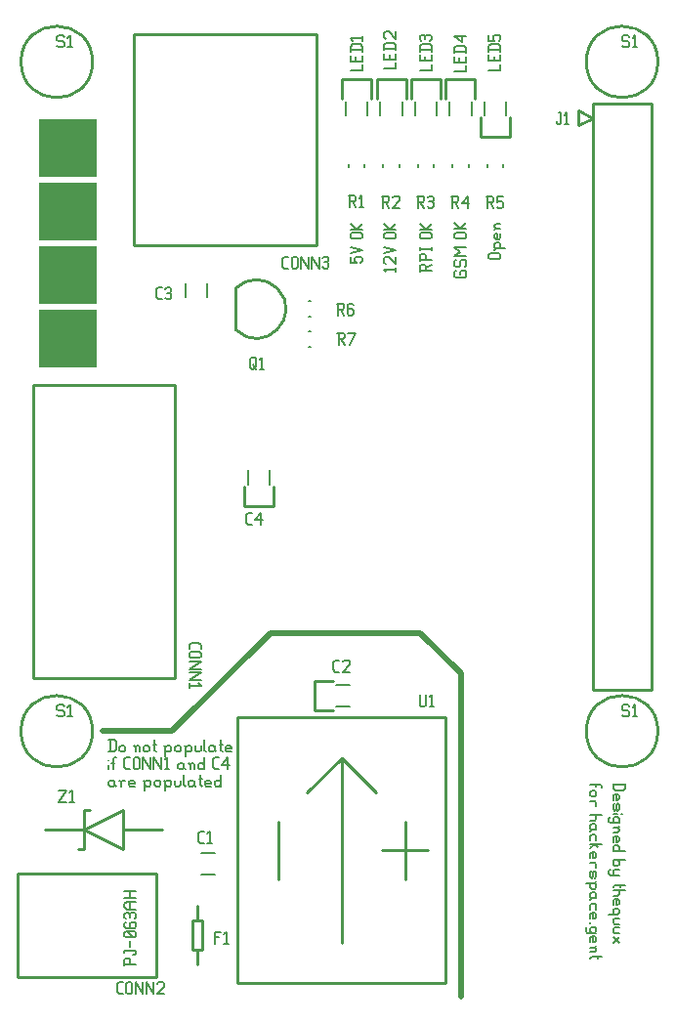
<source format=gto>
G04 start of page 6 for group 1 layer_idx 12 *
G04 Title: Zuul, top_silk *
G04 Creator: pcb-rnd 2.1.1 *
G04 CreationDate: 2019-04-12 16:05:21 UTC *
G04 For:  *
G04 Format: Gerber/RS-274X *
G04 PCB-Dimensions: 220472 334646 *
G04 PCB-Coordinate-Origin: lower left *
%MOIN*%
%FSLAX25Y25*%
%LNTOP_SILK*%
%ADD85C,0.0070*%
%ADD84C,0.0200*%
%ADD83C,0.0080*%
%ADD82C,0.0100*%
%ADD81C,0.0001*%
G54D81*G36*
X27559Y301181D02*Y281496D01*
X7874D01*
Y301181D01*
X27559D01*
G37*
G36*
Y236220D02*Y216535D01*
X7874D01*
Y236220D01*
X27559D01*
G37*
G36*
Y257874D02*Y238189D01*
X7874D01*
Y257874D01*
X27559D01*
G37*
G36*
Y279528D02*Y259843D01*
X7874D01*
Y279528D01*
X27559D01*
G37*
G54D82*X102416Y330453D02*X40172D01*
Y258445D01*
X102416D01*
Y330453D01*
G54D83*X112402Y302757D02*Y307481D01*
X119882Y302757D02*Y307481D01*
G54D82*X111102Y314855D02*X121102D01*
Y308355D01*
X111102D02*Y314855D01*
G54D83*X118897Y285826D02*Y285040D01*
X113387Y285826D02*Y285040D01*
X124213Y302756D02*Y307480D01*
G54D82*X122913Y308354D02*Y314854D01*
G54D83*X130708Y285826D02*Y285040D01*
X125198Y285826D02*Y285040D01*
X142519Y285826D02*Y285040D01*
X137009Y285826D02*Y285040D01*
X154330Y285826D02*Y285040D01*
X148820Y285826D02*Y285040D01*
X166141Y285826D02*Y285040D01*
X160631Y285826D02*Y285040D01*
X131693Y302756D02*Y307480D01*
X136024Y302756D02*Y307480D01*
X143504Y302756D02*Y307480D01*
X147835Y302756D02*Y307480D01*
X155315Y302756D02*Y307480D01*
X167126D02*Y302756D01*
X159646Y307480D02*Y302756D01*
G54D82*X168426Y295382D02*X158426D01*
Y301882D01*
X168426D02*Y295382D01*
X196693Y301693D02*X191693Y304193D01*
X196693Y301693D02*X191693Y299193D01*
Y304193D02*Y299193D01*
X122913Y314854D02*X132913D01*
X134724D02*X144724D01*
X146535D02*X156535D01*
X132913D02*Y308354D01*
X144724Y314854D02*Y308354D01*
X134724D02*Y314854D01*
X156535D02*Y308354D01*
X146535D02*Y314854D01*
X196693Y306693D02*X216693D01*
G54D84*X29528Y92520D02*X53150D01*
X86614Y125984D01*
X137795D01*
G54D83*X113779Y100984D02*X109055D01*
X113779Y108464D02*X109055D01*
G54D82*X101681Y99684D02*Y109684D01*
X108181D01*
Y99684D02*X101681D01*
G54D84*X137795Y125984D02*X151575Y112205D01*
G54D82*X75531Y97165D02*X146398D01*
X9843Y59055D02*X23176D01*
Y65721D02*Y52389D01*
X21176D01*
X36509Y65721D02*Y52389D01*
Y65721D02*X23176Y59055D01*
X36509Y52389D02*X23176Y59055D01*
Y65721D02*X25176D01*
G54D83*X62992Y50984D02*X67716D01*
G54D82*X36509Y59055D02*X49843D01*
G54D83*X62992Y43504D02*X67716D01*
G54D82*X75531Y6614D02*Y97165D01*
X89311Y42047D02*Y61732D01*
X110965Y83386D02*X99154Y71575D01*
X146398Y97165D02*Y6614D01*
X75531D01*
X132618Y42047D02*Y61732D01*
X124744Y51890D02*X140492D01*
X110965Y20394D02*Y83386D01*
X122776Y71575D01*
X61594Y32992D02*Y27992D01*
X63260D02*X59928D01*
X394Y8661D02*Y44094D01*
X47638D01*
Y8661D01*
X394D01*
X61594Y17992D02*Y12992D01*
X63260Y27992D02*Y17992D01*
X59928D02*Y27992D01*
Y17992D02*X63260D01*
G54D84*X151575Y112205D02*Y1969D01*
G54D83*X100393Y223623D02*X99607D01*
X86417Y181496D02*Y176772D01*
X78937Y181496D02*Y176772D01*
G54D82*X87717Y169398D02*X77717D01*
Y175898D01*
X87717D02*Y169398D01*
G54D83*X100393Y229133D02*X99607D01*
G54D82*X74890Y229614D02*Y243614D01*
G54D83*X57677Y240551D02*Y245275D01*
X65157Y240551D02*Y245275D01*
G54D82*X54112Y110589D02*Y210589D01*
X5712Y110589D02*Y210589D01*
X54112Y110589D02*X5712D01*
X54112Y210589D02*X5712D01*
G54D83*X100393Y233859D02*X99607D01*
X100393Y239369D02*X99607D01*
G54D82*X196693Y306693D02*Y106693D01*
X216693D02*X196693D01*
X216693D02*Y306693D01*
X74819Y229543D02*G75*G03X88961Y243685I7071J7071D01*G01*
X88961Y243685D02*G75*G03X74819Y243685I-7071J-7071D01*G01*
X194489Y320866D02*G75*G03X218897Y320866I12204J0D01*G01*
Y320866D02*G75*G03X194489Y320866I-12204J0D01*G01*
Y92520D02*G75*G03X218897Y92520I12204J0D01*G01*
G75*G03X194489Y92520I-12204J0D01*G01*
X1576Y320866D02*G75*G03X25984Y320866I12204J0D01*G01*
Y320866D02*G75*G03X1576Y320866I-12204J0D01*G01*
Y92520D02*G75*G03X25984Y92520I12204J0D01*G01*
G75*G03X1576Y92520I-12204J0D01*G01*
G54D85*X126209Y249213D02*X125409Y250013D01*
X129409D01*
Y249213D02*Y250713D01*
X125909Y251913D02*X125409Y252413D01*
Y253913D01*
X125909Y254413D01*
X126909D01*
X129409Y251913D02*X126909Y254413D01*
X129409Y251913D02*Y254413D01*
X125409Y255613D02*X129409Y256613D01*
X125409Y257613D01*
X125909Y260613D02*X128909D01*
X125909D02*X125409Y261113D01*
Y262113D01*
X125909Y262613D01*
X128909D01*
X129409Y262113D02*X128909Y262613D01*
X129409Y261113D02*Y262113D01*
X128909Y260613D02*X129409Y261113D01*
X125409Y263813D02*X129409D01*
X127409D02*X125409Y265813D01*
X127409Y263813D02*X129409Y265813D01*
X137614Y249213D02*Y251213D01*
X138114Y251713D01*
X139114D01*
X139614Y251213D02*X139114Y251713D01*
X139614Y249713D02*Y251213D01*
X137614Y249713D02*X141614D01*
X139614Y250513D02*X141614Y251713D01*
X137614Y253413D02*X141614D01*
X137614Y252913D02*Y254913D01*
X138114Y255413D01*
X139114D01*
X139614Y254913D02*X139114Y255413D01*
X139614Y253413D02*Y254913D01*
X137614Y256613D02*Y257613D01*
Y257113D02*X141614D01*
Y256613D02*Y257613D01*
X138114Y260613D02*X141114D01*
X138114D02*X137614Y261113D01*
Y262113D01*
X138114Y262613D01*
X141114D01*
X141614Y262113D02*X141114Y262613D01*
X141614Y261113D02*Y262113D01*
X141114Y260613D02*X141614Y261113D01*
X137614Y263813D02*X141614D01*
X139614D02*X137614Y265813D01*
X139614Y263813D02*X141614Y265813D01*
X125453Y318560D02*X129453D01*
Y320560D01*
X127253Y321760D02*Y323260D01*
X129453Y321760D02*Y323760D01*
X125453Y321760D02*X129453D01*
X125453D02*Y323760D01*
Y325460D02*X129453D01*
X125453Y326760D02*X126153Y327460D01*
X128753D01*
X129453Y326760D02*X128753Y327460D01*
X129453Y324960D02*Y326760D01*
X125453Y324960D02*Y326760D01*
X125953Y328660D02*X125453Y329160D01*
Y330660D01*
X125953Y331160D01*
X126953D01*
X129453Y328660D02*X126953Y331160D01*
X129453Y328660D02*Y331160D01*
X137614Y317968D02*X141614D01*
Y319968D01*
X139414Y321168D02*Y322668D01*
X141614Y321168D02*Y323168D01*
X137614Y321168D02*X141614D01*
X137614D02*Y323168D01*
Y324868D02*X141614D01*
X137614Y326168D02*X138314Y326868D01*
X140914D01*
X141614Y326168D02*X140914Y326868D01*
X141614Y324368D02*Y326168D01*
X137614Y324368D02*Y326168D01*
X138114Y328068D02*X137614Y328568D01*
Y329568D01*
X138114Y330068D01*
X141614Y329568D02*X141114Y330068D01*
X141614Y328568D02*Y329568D01*
X141114Y328068D02*X141614Y328568D01*
X139414D02*Y329568D01*
X138114Y330068D02*X138914D01*
X139914D02*X141114D01*
X139914D02*X139414Y329568D01*
X138914Y330068D02*X139414Y329568D01*
X124624Y275052D02*X126624D01*
X127124Y274552D01*
Y273552D01*
X126624Y273052D02*X127124Y273552D01*
X125124Y273052D02*X126624D01*
X125124Y275052D02*Y271052D01*
X125924Y273052D02*X127124Y271052D01*
X128324Y274552D02*X128824Y275052D01*
X130324D01*
X130824Y274552D01*
Y273552D01*
X128324Y271052D02*X130824Y273552D01*
X128324Y271052D02*X130824D01*
X136587Y275045D02*X138587D01*
X139087Y274545D01*
Y273545D01*
X138587Y273045D02*X139087Y273545D01*
X137087Y273045D02*X138587D01*
X137087Y275045D02*Y271045D01*
X137887Y273045D02*X139087Y271045D01*
X140287Y274545D02*X140787Y275045D01*
X141787D01*
X142287Y274545D01*
X141787Y271045D02*X142287Y271545D01*
X140787Y271045D02*X141787D01*
X140287Y271545D02*X140787Y271045D01*
Y273245D02*X141787D01*
X142287Y274545D02*Y273745D01*
Y272745D02*Y271545D01*
Y272745D02*X141787Y273245D01*
X142287Y273745D02*X141787Y273245D01*
X31996Y89551D02*Y85551D01*
X33296Y89551D02*X33996Y88851D01*
Y86251D01*
X33296Y85551D02*X33996Y86251D01*
X31496Y85551D02*X33296D01*
X31496Y89551D02*X33296D01*
X35196Y87051D02*Y86051D01*
Y87051D02*X35696Y87551D01*
X36696D01*
X37196Y87051D01*
Y86051D01*
X36696Y85551D02*X37196Y86051D01*
X35696Y85551D02*X36696D01*
X35196Y86051D02*X35696Y85551D01*
X40696Y87051D02*Y85551D01*
Y87051D02*X41196Y87551D01*
X41696D01*
X42196Y87051D01*
Y85551D01*
X40196Y87551D02*X40696Y87051D01*
X43396D02*Y86051D01*
Y87051D02*X43896Y87551D01*
X44896D01*
X45396Y87051D01*
Y86051D01*
X44896Y85551D02*X45396Y86051D01*
X43896Y85551D02*X44896D01*
X43396Y86051D02*X43896Y85551D01*
X47096Y89551D02*Y86051D01*
X47596Y85551D01*
X46596Y88051D02*X47596D01*
X50896Y87051D02*Y84051D01*
X50396Y87551D02*X50896Y87051D01*
X51396Y87551D01*
X52396D01*
X52896Y87051D01*
Y86051D01*
X52396Y85551D02*X52896Y86051D01*
X51396Y85551D02*X52396D01*
X50896Y86051D02*X51396Y85551D01*
X54096Y87051D02*Y86051D01*
Y87051D02*X54596Y87551D01*
X55596D01*
X56096Y87051D01*
Y86051D01*
X55596Y85551D02*X56096Y86051D01*
X54596Y85551D02*X55596D01*
X54096Y86051D02*X54596Y85551D01*
X57796Y87051D02*Y84051D01*
X57296Y87551D02*X57796Y87051D01*
X58296Y87551D01*
X59296D01*
X59796Y87051D01*
Y86051D01*
X59296Y85551D02*X59796Y86051D01*
X58296Y85551D02*X59296D01*
X57796Y86051D02*X58296Y85551D01*
X60996Y87551D02*Y86051D01*
X61496Y85551D01*
X62496D01*
X62996Y86051D01*
Y87551D02*Y86051D01*
X64196Y89551D02*Y86051D01*
X64696Y85551D01*
X67196Y87551D02*X67696Y87051D01*
X66196Y87551D02*X67196D01*
X65696Y87051D02*X66196Y87551D01*
X65696Y87051D02*Y86051D01*
X66196Y85551D01*
X67696Y87551D02*Y86051D01*
X68196Y85551D01*
X66196D02*X67196D01*
X67696Y86051D01*
X69896Y89551D02*Y86051D01*
X70396Y85551D01*
X69396Y88051D02*X70396D01*
X71896Y85551D02*X73396D01*
X71396Y86051D02*X71896Y85551D01*
X71396Y87051D02*Y86051D01*
Y87051D02*X71896Y87551D01*
X72896D01*
X73396Y87051D01*
X71396Y86551D02*X73396D01*
Y87051D01*
X31496Y82646D02*Y82546D01*
Y81146D02*Y79646D01*
X32996Y83146D02*Y79646D01*
Y83146D02*X33496Y83646D01*
X33996D01*
X32496Y81646D02*X33496D01*
X37496Y79646D02*X38796D01*
X36796Y80346D02*X37496Y79646D01*
X36796Y82946D02*Y80346D01*
Y82946D02*X37496Y83646D01*
X38796D01*
X39996Y83146D02*Y80146D01*
Y83146D02*X40496Y83646D01*
X41496D01*
X41996Y83146D01*
Y80146D01*
X41496Y79646D02*X41996Y80146D01*
X40496Y79646D02*X41496D01*
X39996Y80146D02*X40496Y79646D01*
X43196Y83646D02*Y79646D01*
Y83646D02*X45696Y79646D01*
Y83646D02*Y79646D01*
X46896Y83646D02*Y79646D01*
Y83646D02*X49396Y79646D01*
Y83646D02*Y79646D01*
X50596Y82846D02*X51396Y83646D01*
Y79646D01*
X50596D02*X52096D01*
X56596Y81646D02*X57096Y81146D01*
X55596Y81646D02*X56596D01*
X55096Y81146D02*X55596Y81646D01*
X55096Y81146D02*Y80146D01*
X55596Y79646D01*
X57096Y81646D02*Y80146D01*
X57596Y79646D01*
X55596D02*X56596D01*
X57096Y80146D01*
X59296Y81146D02*Y79646D01*
Y81146D02*X59796Y81646D01*
X60296D01*
X60796Y81146D01*
Y79646D01*
X58796Y81646D02*X59296Y81146D01*
X63996Y83646D02*Y79646D01*
X63496D02*X63996Y80146D01*
X62496Y79646D02*X63496D01*
X61996Y80146D02*X62496Y79646D01*
X61996Y81146D02*Y80146D01*
Y81146D02*X62496Y81646D01*
X63496D01*
X63996Y81146D01*
X67696Y79646D02*X68996D01*
X66996Y80346D02*X67696Y79646D01*
X66996Y82946D02*Y80346D01*
Y82946D02*X67696Y83646D01*
X68996D01*
X70196Y81146D02*X72196Y83646D01*
X70196Y81146D02*X72696D01*
X72196Y83646D02*Y79646D01*
X32996Y75740D02*X33496Y75240D01*
X31996Y75740D02*X32996D01*
X31496Y75240D02*X31996Y75740D01*
X31496Y75240D02*Y74240D01*
X31996Y73740D01*
X33496Y75740D02*Y74240D01*
X33996Y73740D01*
X31996D02*X32996D01*
X33496Y74240D01*
X35696Y75240D02*Y73740D01*
Y75240D02*X36196Y75740D01*
X37196D01*
X35196D02*X35696Y75240D01*
X38896Y73740D02*X40396D01*
X38396Y74240D02*X38896Y73740D01*
X38396Y75240D02*Y74240D01*
Y75240D02*X38896Y75740D01*
X39896D01*
X40396Y75240D01*
X38396Y74740D02*X40396D01*
Y75240D01*
X43896D02*Y72240D01*
X43396Y75740D02*X43896Y75240D01*
X44396Y75740D01*
X45396D01*
X45896Y75240D01*
Y74240D01*
X45396Y73740D02*X45896Y74240D01*
X44396Y73740D02*X45396D01*
X43896Y74240D02*X44396Y73740D01*
X47096Y75240D02*Y74240D01*
Y75240D02*X47596Y75740D01*
X48596D01*
X49096Y75240D01*
Y74240D01*
X48596Y73740D02*X49096Y74240D01*
X47596Y73740D02*X48596D01*
X47096Y74240D02*X47596Y73740D01*
X50796Y75240D02*Y72240D01*
X50296Y75740D02*X50796Y75240D01*
X51296Y75740D01*
X52296D01*
X52796Y75240D01*
Y74240D01*
X52296Y73740D02*X52796Y74240D01*
X51296Y73740D02*X52296D01*
X50796Y74240D02*X51296Y73740D01*
X53996Y75740D02*Y74240D01*
X54496Y73740D01*
X55496D01*
X55996Y74240D01*
Y75740D02*Y74240D01*
X57196Y77740D02*Y74240D01*
X57696Y73740D01*
X60196Y75740D02*X60696Y75240D01*
X59196Y75740D02*X60196D01*
X58696Y75240D02*X59196Y75740D01*
X58696Y75240D02*Y74240D01*
X59196Y73740D01*
X60696Y75740D02*Y74240D01*
X61196Y73740D01*
X59196D02*X60196D01*
X60696Y74240D01*
X62896Y77740D02*Y74240D01*
X63396Y73740D01*
X62396Y76240D02*X63396D01*
X64896Y73740D02*X66396D01*
X64396Y74240D02*X64896Y73740D01*
X64396Y75240D02*Y74240D01*
Y75240D02*X64896Y75740D01*
X65896D01*
X66396Y75240D01*
X64396Y74740D02*X66396D01*
Y75240D01*
X69596Y77740D02*Y73740D01*
X69096D02*X69596Y74240D01*
X68096Y73740D02*X69096D01*
X67596Y74240D02*X68096Y73740D01*
X67596Y75240D02*Y74240D01*
Y75240D02*X68096Y75740D01*
X69096D01*
X69596Y75240D01*
X15780Y101520D02*X16280Y101020D01*
X14280Y101520D02*X15780D01*
X13780Y101020D02*X14280Y101520D01*
X13780Y101020D02*Y100020D01*
X14280Y99520D01*
X15780D01*
X16280Y99020D01*
Y98020D01*
X15780Y97520D02*X16280Y98020D01*
X14280Y97520D02*X15780D01*
X13780Y98020D02*X14280Y97520D01*
X17480Y100720D02*X18280Y101520D01*
Y97520D01*
X17480D02*X18980D01*
X199287Y74303D02*X195787D01*
X199287D02*X199787Y73803D01*
Y73303D01*
X197787Y74803D02*Y73803D01*
X197287Y72303D02*X196287D01*
X197287D02*X197787Y71803D01*
Y70803D01*
X197287Y70303D01*
X196287D01*
X195787Y70803D02*X196287Y70303D01*
X195787Y71803D02*Y70803D01*
X196287Y72303D02*X195787Y71803D01*
X197287Y68603D02*X195787D01*
X197287D02*X197787Y68103D01*
Y67103D01*
Y69103D02*X197287Y68603D01*
X199787Y64103D02*X195787D01*
X197287D02*X197787Y63603D01*
Y62603D01*
X197287Y62103D01*
X195787D01*
X197787Y59403D02*X197287Y58903D01*
X197787Y60403D02*Y59403D01*
X197287Y60903D02*X197787Y60403D01*
X197287Y60903D02*X196287D01*
X195787Y60403D01*
X197787Y58903D02*X196287D01*
X195787Y58403D01*
Y60403D02*Y59403D01*
X196287Y58903D01*
X197787Y56703D02*Y55203D01*
X197287Y57203D02*X197787Y56703D01*
X197287Y57203D02*X196287D01*
X195787Y56703D01*
Y55203D01*
X199787Y54003D02*X195787D01*
X197287D02*X195787Y52503D01*
X197287Y54003D02*X198287Y53003D01*
X195787Y50803D02*Y49303D01*
X196287Y51303D02*X195787Y50803D01*
X197287Y51303D02*X196287D01*
X197287D02*X197787Y50803D01*
Y49803D01*
X197287Y49303D01*
X196787Y51303D02*Y49303D01*
X197287D01*
Y47603D02*X195787D01*
X197287D02*X197787Y47103D01*
Y46103D01*
Y48103D02*X197287Y47603D01*
X195787Y44403D02*Y42903D01*
X196287Y42403D01*
X196787Y42903D02*X196287Y42403D01*
X196787Y44403D02*Y42903D01*
X197287Y44903D02*X196787Y44403D01*
X197287Y44903D02*X197787Y44403D01*
Y42903D01*
X197287Y42403D01*
X196287Y44903D02*X195787Y44403D01*
X197287Y40703D02*X194287D01*
X197787Y41203D02*X197287Y40703D01*
X197787Y40203D01*
Y39203D01*
X197287Y38703D01*
X196287D01*
X195787Y39203D02*X196287Y38703D01*
X195787Y40203D02*Y39203D01*
X196287Y40703D02*X195787Y40203D01*
X197787Y36003D02*X197287Y35503D01*
X197787Y37003D02*Y36003D01*
X197287Y37503D02*X197787Y37003D01*
X197287Y37503D02*X196287D01*
X195787Y37003D01*
X197787Y35503D02*X196287D01*
X195787Y35003D01*
Y37003D02*Y36003D01*
X196287Y35503D01*
X197787Y33303D02*Y31803D01*
X197287Y33803D02*X197787Y33303D01*
X197287Y33803D02*X196287D01*
X195787Y33303D01*
Y31803D01*
Y30103D02*Y28603D01*
X196287Y30603D02*X195787Y30103D01*
X197287Y30603D02*X196287D01*
X197287D02*X197787Y30103D01*
Y29103D01*
X197287Y28603D01*
X196787Y30603D02*Y28603D01*
X197287D01*
X195787Y27403D02*Y26903D01*
X197787Y24203D02*X197287Y23703D01*
X197787Y25203D02*Y24203D01*
X197287Y25703D02*X197787Y25203D01*
X197287Y25703D02*X196287D01*
X195787Y25203D01*
Y24203D01*
X196287Y23703D01*
X194787Y25703D02*X194287Y25203D01*
Y24203D01*
X194787Y23703D01*
X197787D02*X194787D01*
X195787Y22003D02*Y20503D01*
X196287Y22503D02*X195787Y22003D01*
X197287Y22503D02*X196287D01*
X197287D02*X197787Y22003D01*
Y21003D01*
X197287Y20503D01*
X196787Y22503D02*Y20503D01*
X197287D01*
Y18803D02*X195787D01*
X197287D02*X197787Y18303D01*
Y17803D01*
X197287Y17303D01*
X195787D01*
X197787Y19303D02*X197287Y18803D01*
X199787Y15603D02*X196287D01*
X195787Y15103D01*
X198287Y16103D02*Y15103D01*
X207661Y74303D02*X203661D01*
X207661Y73003D02*X206961Y72303D01*
X204361D01*
X203661Y73003D02*X204361Y72303D01*
X203661Y74803D02*Y73003D01*
X207661Y74803D02*Y73003D01*
X203661Y70603D02*Y69103D01*
X204161Y71103D02*X203661Y70603D01*
X205161Y71103D02*X204161D01*
X205161D02*X205661Y70603D01*
Y69603D01*
X205161Y69103D01*
X204661Y71103D02*Y69103D01*
X205161D01*
X203661Y67403D02*Y65903D01*
X204161Y65403D01*
X204661Y65903D02*X204161Y65403D01*
X204661Y67403D02*Y65903D01*
X205161Y67903D02*X204661Y67403D01*
X205161Y67903D02*X205661Y67403D01*
Y65903D01*
X205161Y65403D01*
X204161Y67903D02*X203661Y67403D01*
X206661Y64203D02*X206561D01*
X205161D02*X203661D01*
X205661Y61703D02*X205161Y61203D01*
X205661Y62703D02*Y61703D01*
X205161Y63203D02*X205661Y62703D01*
X205161Y63203D02*X204161D01*
X203661Y62703D01*
Y61703D01*
X204161Y61203D01*
X202661Y63203D02*X202161Y62703D01*
Y61703D01*
X202661Y61203D01*
X205661D02*X202661D01*
X205161Y59503D02*X203661D01*
X205161D02*X205661Y59003D01*
Y58503D01*
X205161Y58003D01*
X203661D01*
X205661Y60003D02*X205161Y59503D01*
X203661Y56303D02*Y54803D01*
X204161Y56803D02*X203661Y56303D01*
X205161Y56803D02*X204161D01*
X205161D02*X205661Y56303D01*
Y55303D01*
X205161Y54803D01*
X204661Y56803D02*Y54803D01*
X205161D01*
X207661Y51603D02*X203661D01*
Y52103D02*X204161Y51603D01*
X203661Y53103D02*Y52103D01*
X204161Y53603D02*X203661Y53103D01*
X205161Y53603D02*X204161D01*
X205161D02*X205661Y53103D01*
Y52103D01*
X205161Y51603D01*
X207661Y48603D02*X203661D01*
X204161D02*X203661Y48103D01*
Y47103D01*
X204161Y46603D01*
X205161D02*X204161D01*
X205661Y47103D02*X205161Y46603D01*
X205661Y48103D02*Y47103D01*
X205161Y48603D02*X205661Y48103D01*
Y45403D02*X204161D01*
X203661Y44903D01*
X205661Y43403D02*X202661D01*
X202161Y43903D02*X202661Y43403D01*
X202161Y44903D02*Y43903D01*
X202661Y45403D02*X202161Y44903D01*
X203661D02*Y43903D01*
X204161Y43403D01*
X207661Y39903D02*X204161D01*
X203661Y39403D01*
X206161Y40403D02*Y39403D01*
X207661Y38403D02*X203661D01*
X205161D02*X205661Y37903D01*
Y36903D01*
X205161Y36403D01*
X203661D01*
Y34703D02*Y33203D01*
X204161Y35203D02*X203661Y34703D01*
X205161Y35203D02*X204161D01*
X205161D02*X205661Y34703D01*
Y33703D01*
X205161Y33203D01*
X204661Y35203D02*Y33203D01*
X205161D01*
Y30003D02*X202161D01*
X205661Y30503D02*X205161Y30003D01*
X205661Y31503D02*Y30503D01*
X205161Y32003D02*X205661Y31503D01*
X205161Y32003D02*X204161D01*
X203661Y31503D01*
Y30503D01*
X204161Y30003D01*
X205661Y28803D02*X204161D01*
X203661Y28303D01*
Y27303D01*
X204161Y26803D01*
X205661D02*X204161D01*
X205661Y25603D02*X204161D01*
X203661Y25103D01*
Y24103D01*
X204161Y23603D01*
X205661D02*X204161D01*
X205661Y22403D02*X203661Y20403D01*
Y22403D02*X205661Y20403D01*
X208693Y101520D02*X209193Y101020D01*
X207193Y101520D02*X208693D01*
X206693Y101020D02*X207193Y101520D01*
X206693Y101020D02*Y100020D01*
X207193Y99520D01*
X208693D01*
X209193Y99020D01*
Y98020D01*
X208693Y97520D02*X209193Y98020D01*
X207193Y97520D02*X208693D01*
X206693Y98020D02*X207193Y97520D01*
X210393Y100720D02*X211193Y101520D01*
Y97520D01*
X210393D02*X211893D01*
X58923Y122015D02*Y120715D01*
X59623Y122715D02*X58923Y122015D01*
X62223Y122715D02*X59623D01*
X62223D02*X62923Y122015D01*
Y120715D01*
X62423Y119515D02*X59423D01*
X62423D02*X62923Y119015D01*
Y118015D01*
X62423Y117515D01*
X59423D01*
X58923Y118015D02*X59423Y117515D01*
X58923Y119015D02*Y118015D01*
X59423Y119515D02*X58923Y119015D01*
X62923Y116315D02*X58923D01*
X62923D02*X58923Y113815D01*
X62923D02*X58923D01*
X62923Y112615D02*X58923D01*
X62923D02*X58923Y110115D01*
X62923D02*X58923D01*
X62123Y108915D02*X62923Y108115D01*
X58923D01*
Y108915D02*Y107415D01*
X137717Y104965D02*Y101465D01*
X138217Y100965D01*
X139217D01*
X139717Y101465D01*
Y104965D02*Y101465D01*
X140917Y104165D02*X141717Y104965D01*
Y100965D01*
X140917D02*X142417D01*
X62727Y54449D02*X64027D01*
X62027Y55149D02*X62727Y54449D01*
X62027Y57749D02*Y55149D01*
Y57749D02*X62727Y58449D01*
X64027D01*
X65227Y57649D02*X66027Y58449D01*
Y54449D01*
X65227D02*X66727D01*
X67614Y23992D02*Y19992D01*
Y23992D02*X69614D01*
X67614Y22192D02*X69114D01*
X70814Y23192D02*X71614Y23992D01*
Y19992D01*
X70814D02*X72314D01*
X36827Y13098D02*X40827D01*
X36827Y12598D02*Y14598D01*
X37327Y15098D01*
X38327D01*
X38827Y14598D02*X38327Y15098D01*
X38827Y13098D02*Y14598D01*
X36827Y16998D02*Y17798D01*
X40327D01*
X40827Y17298D02*X40327Y17798D01*
X40827Y16798D02*Y17298D01*
X40327Y16298D02*X40827Y16798D01*
X40327Y16298D02*X39827D01*
X38827Y18998D02*Y20998D01*
X40327Y22198D02*X40827Y22698D01*
X37327Y22198D02*X40327D01*
X37327D02*X36827Y22698D01*
Y23698D01*
X37327Y24198D01*
X40327D01*
X40827Y23698D02*X40327Y24198D01*
X40827Y22698D02*Y23698D01*
X39827Y22198D02*X37827Y24198D01*
X36827Y26898D02*X37327Y27398D01*
X36827Y25898D02*Y26898D01*
X37327Y25398D02*X36827Y25898D01*
X37327Y25398D02*X40327D01*
X40827Y25898D01*
X38627Y26898D02*X39127Y27398D01*
X38627Y25398D02*Y26898D01*
X40827Y25898D02*Y26898D01*
X40327Y27398D01*
X39127D02*X40327D01*
X37327Y28598D02*X36827Y29098D01*
Y30098D01*
X37327Y30598D01*
X40827Y30098D02*X40327Y30598D01*
X40827Y29098D02*Y30098D01*
X40327Y28598D02*X40827Y29098D01*
X38627D02*Y30098D01*
X37327Y30598D02*X38127D01*
X39127D02*X40327D01*
X39127D02*X38627Y30098D01*
X38127Y30598D02*X38627Y30098D01*
X37827Y31798D02*X40827D01*
X37827D02*X36827Y32498D01*
Y33598D01*
X37827Y34298D01*
X40827D01*
X38827Y31798D02*Y34298D01*
X36827Y35498D02*X40827D01*
X36827Y37998D02*X40827D01*
X38827Y35498D02*Y37998D01*
X34952Y2874D02*X36252D01*
X34252Y3574D02*X34952Y2874D01*
X34252Y6174D02*Y3574D01*
Y6174D02*X34952Y6874D01*
X36252D01*
X37452Y6374D02*Y3374D01*
Y6374D02*X37952Y6874D01*
X38952D01*
X39452Y6374D01*
Y3374D01*
X38952Y2874D02*X39452Y3374D01*
X37952Y2874D02*X38952D01*
X37452Y3374D02*X37952Y2874D01*
X40652Y6874D02*Y2874D01*
Y6874D02*X43152Y2874D01*
Y6874D02*Y2874D01*
X44352Y6874D02*Y2874D01*
Y6874D02*X46852Y2874D01*
Y6874D02*Y2874D01*
X48052Y6374D02*X48552Y6874D01*
X50052D01*
X50552Y6374D01*
Y5374D01*
X48052Y2874D02*X50552Y5374D01*
X48052Y2874D02*X50552D01*
X14431Y72366D02*X16931D01*
X14431Y68366D02*X16931Y72366D01*
X14431Y68366D02*X16931D01*
X18131Y71566D02*X18931Y72366D01*
Y68366D01*
X18131D02*X19631D01*
X149425Y249244D02*X149925Y249744D01*
X149425Y247744D02*Y249244D01*
X149925Y247244D02*X149425Y247744D01*
X149925Y247244D02*X152925D01*
X153425Y247744D01*
Y249244D01*
X152925Y249744D01*
X151925D02*X152925D01*
X151425Y249244D02*X151925Y249744D01*
X151425Y248244D02*Y249244D01*
X149425Y252944D02*X149925Y253444D01*
X149425Y251444D02*Y252944D01*
X149925Y250944D02*X149425Y251444D01*
X149925Y250944D02*X150925D01*
X151425Y251444D01*
Y252944D01*
X151925Y253444D01*
X152925D01*
X153425Y252944D02*X152925Y253444D01*
X153425Y251444D02*Y252944D01*
X152925Y250944D02*X153425Y251444D01*
X149425Y254644D02*X153425D01*
X149425D02*X151425Y256144D01*
X149425Y257644D01*
X153425D01*
X149925Y260644D02*X152925D01*
X149925D02*X149425Y261144D01*
Y262144D01*
X149925Y262644D01*
X152925D01*
X153425Y262144D02*X152925Y262644D01*
X153425Y261144D02*Y262144D01*
X152925Y260644D02*X153425Y261144D01*
X149425Y263844D02*X153425D01*
X151425D02*X149425Y265844D01*
X151425Y263844D02*X153425Y265844D01*
X149425Y317500D02*X153425D01*
Y319500D01*
X151225Y320700D02*Y322200D01*
X153425Y320700D02*Y322700D01*
X149425Y320700D02*X153425D01*
X149425D02*Y322700D01*
Y324400D02*X153425D01*
X149425Y325700D02*X150125Y326400D01*
X152725D01*
X153425Y325700D02*X152725Y326400D01*
X153425Y323900D02*Y325700D01*
X149425Y323900D02*Y325700D01*
X151925Y327600D02*X149425Y329600D01*
X151925Y327600D02*Y330100D01*
X149425Y329600D02*X153425D01*
X148300Y275041D02*X150300D01*
X150800Y274541D01*
Y273541D01*
X150300Y273041D02*X150800Y273541D01*
X148800Y273041D02*X150300D01*
X148800Y275041D02*Y271041D01*
X149600Y273041D02*X150800Y271041D01*
X152000Y272541D02*X154000Y275041D01*
X152000Y272541D02*X154500D01*
X154000Y275041D02*Y271041D01*
X161736Y253543D02*X164736D01*
X161736D02*X161236Y254043D01*
Y255043D01*
X161736Y255543D01*
X164736D01*
X165236Y255043D02*X164736Y255543D01*
X165236Y254043D02*Y255043D01*
X164736Y253543D02*X165236Y254043D01*
X163736Y257243D02*X166736D01*
X163236Y256743D02*X163736Y257243D01*
X163236Y257743D01*
Y258743D01*
X163736Y259243D01*
X164736D01*
X165236Y258743D02*X164736Y259243D01*
X165236Y257743D02*Y258743D01*
X164736Y257243D02*X165236Y257743D01*
Y260943D02*Y262443D01*
X164736Y260443D02*X165236Y260943D01*
X163736Y260443D02*X164736D01*
X163736D02*X163236Y260943D01*
Y261943D01*
X163736Y262443D01*
X164236Y260443D02*Y262443D01*
X163736D01*
Y264143D02*X165236D01*
X163736D02*X163236Y264643D01*
Y265143D01*
X163736Y265643D01*
X165236D01*
X163236Y263643D02*X163736Y264143D01*
X208693Y329866D02*X209193Y329366D01*
X207193Y329866D02*X208693D01*
X206693Y329366D02*X207193Y329866D01*
X206693Y329366D02*Y328366D01*
X207193Y327866D01*
X208693D01*
X209193Y327366D01*
Y326366D01*
X208693Y325866D02*X209193Y326366D01*
X207193Y325866D02*X208693D01*
X206693Y326366D02*X207193Y325866D01*
X210393Y329066D02*X211193Y329866D01*
Y325866D01*
X210393D02*X211893D01*
X161236Y317968D02*X165236D01*
Y319968D01*
X163036Y321168D02*Y322668D01*
X165236Y321168D02*Y323168D01*
X161236Y321168D02*X165236D01*
X161236D02*Y323168D01*
Y324868D02*X165236D01*
X161236Y326168D02*X161936Y326868D01*
X164536D01*
X165236Y326168D02*X164536Y326868D01*
X165236Y324368D02*Y326168D01*
X161236Y324368D02*Y326168D01*
Y328068D02*Y330068D01*
Y328068D02*X163236D01*
X162736Y328568D01*
Y329568D01*
X163236Y330068D01*
X164736D01*
X165236Y329568D02*X164736Y330068D01*
X165236Y328568D02*Y329568D01*
X164736Y328068D02*X165236Y328568D01*
X160332Y274955D02*X162332D01*
X162832Y274455D01*
Y273455D01*
X162332Y272955D02*X162832Y273455D01*
X160832Y272955D02*X162332D01*
X160832Y274955D02*Y270955D01*
X161632Y272955D02*X162832Y270955D01*
X164032Y274955D02*X166032D01*
X164032D02*Y272955D01*
X164532Y273455D01*
X165532D01*
X166032Y272955D01*
Y271455D01*
X165532Y270955D02*X166032Y271455D01*
X164532Y270955D02*X165532D01*
X164032Y271455D02*X164532Y270955D01*
X185070Y303606D02*X185870D01*
Y300106D01*
X185370Y299606D02*X185870Y300106D01*
X184870Y299606D02*X185370D01*
X184370Y300106D02*X184870Y299606D01*
X184370Y300106D02*Y300606D01*
X187070Y302806D02*X187870Y303606D01*
Y299606D01*
X187070D02*X188570D01*
X113992Y252362D02*Y254362D01*
Y252362D02*X115992D01*
X115492Y252862D01*
Y253862D01*
X115992Y254362D01*
X117492D01*
X117992Y253862D02*X117492Y254362D01*
X117992Y252862D02*Y253862D01*
X117492Y252362D02*X117992Y252862D01*
X113992Y255562D02*X117992Y256562D01*
X113992Y257562D01*
X114492Y260562D02*X117492D01*
X114492D02*X113992Y261062D01*
Y262062D01*
X114492Y262562D01*
X117492D01*
X117992Y262062D02*X117492Y262562D01*
X117992Y261062D02*Y262062D01*
X117492Y260562D02*X117992Y261062D01*
X113992Y263762D02*X117992D01*
X115992D02*X113992Y265762D01*
X115992Y263762D02*X117992Y265762D01*
X109424Y228375D02*X111424D01*
X111924Y227875D01*
Y226875D01*
X111424Y226375D02*X111924Y226875D01*
X109924Y226375D02*X111424D01*
X109924Y228375D02*Y224375D01*
X110724Y226375D02*X111924Y224375D01*
X113624D02*X115624Y228375D01*
X113124D02*X115624D01*
X109291Y238370D02*X111291D01*
X111791Y237870D01*
Y236870D01*
X111291Y236370D02*X111791Y236870D01*
X109791Y236370D02*X111291D01*
X109791Y238370D02*Y234370D01*
X110591Y236370D02*X111791Y234370D01*
X114491Y238370D02*X114991Y237870D01*
X113491Y238370D02*X114491D01*
X112991Y237870D02*X113491Y238370D01*
X112991Y237870D02*Y234870D01*
X113491Y234370D01*
X114491Y236570D02*X114991Y236070D01*
X112991Y236570D02*X114491D01*
X113491Y234370D02*X114491D01*
X114991Y234870D01*
Y236070D02*Y234870D01*
X108751Y112814D02*X110051D01*
X108051Y113514D02*X108751Y112814D01*
X108051Y116114D02*Y113514D01*
Y116114D02*X108751Y116814D01*
X110051D01*
X111251Y116314D02*X111751Y116814D01*
X113251D01*
X113751Y116314D01*
Y115314D01*
X111251Y112814D02*X113751Y115314D01*
X111251Y112814D02*X113751D01*
X113992Y317937D02*X117992D01*
Y319937D01*
X115792Y321137D02*Y322637D01*
X117992Y321137D02*Y323137D01*
X113992Y321137D02*X117992D01*
X113992D02*Y323137D01*
Y324837D02*X117992D01*
X113992Y326137D02*X114692Y326837D01*
X117292D01*
X117992Y326137D02*X117292Y326837D01*
X117992Y324337D02*Y326137D01*
X113992Y324337D02*Y326137D01*
X114792Y328037D02*X113992Y328837D01*
X117992D01*
Y328037D02*Y329537D01*
X113292Y275166D02*X115292D01*
X115792Y274666D01*
Y273666D01*
X115292Y273166D02*X115792Y273666D01*
X113792Y273166D02*X115292D01*
X113792Y275166D02*Y271166D01*
X114592Y273166D02*X115792Y271166D01*
X116992Y274366D02*X117792Y275166D01*
Y271166D01*
X116992D02*X118492D01*
X91414Y250374D02*X92714D01*
X90714Y251074D02*X91414Y250374D01*
X90714Y253674D02*Y251074D01*
Y253674D02*X91414Y254374D01*
X92714D01*
X93914Y253874D02*Y250874D01*
Y253874D02*X94414Y254374D01*
X95414D01*
X95914Y253874D01*
Y250874D01*
X95414Y250374D02*X95914Y250874D01*
X94414Y250374D02*X95414D01*
X93914Y250874D02*X94414Y250374D01*
X97114Y254374D02*Y250374D01*
Y254374D02*X99614Y250374D01*
Y254374D02*Y250374D01*
X100814Y254374D02*Y250374D01*
Y254374D02*X103314Y250374D01*
Y254374D02*Y250374D01*
X104514Y253874D02*X105014Y254374D01*
X106014D01*
X106514Y253874D01*
X106014Y250374D02*X106514Y250874D01*
X105014Y250374D02*X106014D01*
X104514Y250874D02*X105014Y250374D01*
Y252574D02*X106014D01*
X106514Y253874D02*Y253074D01*
Y252074D02*Y250874D01*
Y252074D02*X106014Y252574D01*
X106514Y253074D02*X106014Y252574D01*
X79819Y219531D02*Y216531D01*
Y219531D02*X80319Y220031D01*
X81319D01*
X81819Y219531D01*
Y217031D01*
X80819Y216031D02*X81819Y217031D01*
X80319Y216031D02*X80819D01*
X79819Y216531D02*X80319Y216031D01*
X80819Y217531D02*X81819Y216031D01*
X83019Y219231D02*X83819Y220031D01*
Y216031D01*
X83019D02*X84519D01*
X48337Y239882D02*X49637D01*
X47637Y240582D02*X48337Y239882D01*
X47637Y243182D02*Y240582D01*
Y243182D02*X48337Y243882D01*
X49637D01*
X50837Y243382D02*X51337Y243882D01*
X52337D01*
X52837Y243382D01*
X52337Y239882D02*X52837Y240382D01*
X51337Y239882D02*X52337D01*
X50837Y240382D02*X51337Y239882D01*
Y242082D02*X52337D01*
X52837Y243382D02*Y242582D01*
Y241582D02*Y240382D01*
Y241582D02*X52337Y242082D01*
X52837Y242582D02*X52337Y242082D01*
X15780Y329866D02*X16280Y329366D01*
X14280Y329866D02*X15780D01*
X13780Y329366D02*X14280Y329866D01*
X13780Y329366D02*Y328366D01*
X14280Y327866D01*
X15780D01*
X16280Y327366D01*
Y326366D01*
X15780Y325866D02*X16280Y326366D01*
X14280Y325866D02*X15780D01*
X13780Y326366D02*X14280Y325866D01*
X17480Y329066D02*X18280Y329866D01*
Y325866D01*
X17480D02*X18980D01*
X79054Y163034D02*X80354D01*
X78354Y163734D02*X79054Y163034D01*
X78354Y166334D02*Y163734D01*
Y166334D02*X79054Y167034D01*
X80354D01*
X81554Y164534D02*X83554Y167034D01*
X81554Y164534D02*X84054D01*
X83554Y167034D02*Y163034D01*
M02*

</source>
